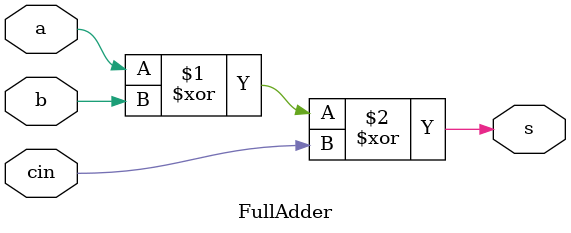
<source format=v>
`timescale 1ns / 1ps


module FullAdder(
    input a,
    input b,
    input cin,
    output s
    );
    
    assign s = (a ^ b) ^ cin;
endmodule

</source>
